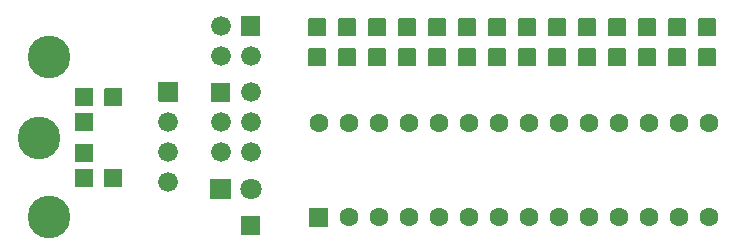
<source format=gbs>
G04 Layer: BottomSolderMaskLayer*
G04 EasyEDA v6.5.5, 2022-06-07 12:17:47*
G04 816fe8a47c3545be857c20b100b7e496,0a780afeddf54f0185a1b1f5ac8a31da,10*
G04 Gerber Generator version 0.2*
G04 Scale: 100 percent, Rotated: No, Reflected: No *
G04 Dimensions in millimeters *
G04 leading zeros omitted , absolute positions ,4 integer and 5 decimal *
%FSLAX45Y45*%
%MOMM*%

%ADD27C,1.8016*%
%ADD29C,1.6764*%
%ADD32C,1.6016*%
%ADD33C,3.6017*%

%LPD*%
G36*
X1657695Y-1676941D02*
G01*
X1656171Y-1676687D01*
X1654647Y-1675925D01*
X1653631Y-1674909D01*
X1652869Y-1673385D01*
X1652615Y-1671861D01*
X1652523Y-1671828D01*
X1652523Y-1514347D01*
X1652615Y-1514381D01*
X1652869Y-1512857D01*
X1653631Y-1511333D01*
X1654647Y-1510317D01*
X1656171Y-1509555D01*
X1657695Y-1509301D01*
X1657604Y-1509268D01*
X1827784Y-1509268D01*
X1827695Y-1509301D01*
X1829219Y-1509555D01*
X1830743Y-1510317D01*
X1831759Y-1511333D01*
X1832521Y-1512857D01*
X1832775Y-1514381D01*
X1832863Y-1514347D01*
X1832863Y-1671828D01*
X1832775Y-1671861D01*
X1832521Y-1673385D01*
X1831759Y-1674909D01*
X1830743Y-1675925D01*
X1829219Y-1676687D01*
X1827695Y-1676941D01*
X1827784Y-1676907D01*
X1657604Y-1676907D01*
G37*
D27*
G01*
X1996693Y-1593121D03*
G36*
X1917954Y-1986026D02*
G01*
X1917954Y-1985975D01*
X1916429Y-1985721D01*
X1914905Y-1984959D01*
X1913889Y-1983943D01*
X1913128Y-1982419D01*
X1912873Y-1980895D01*
X1912873Y-1823415D01*
X1913128Y-1821891D01*
X1913889Y-1820367D01*
X1914905Y-1819351D01*
X1916429Y-1818589D01*
X1917954Y-1818335D01*
X1917954Y-1818386D01*
X2075434Y-1818386D01*
X2075434Y-1818335D01*
X2076958Y-1818589D01*
X2078481Y-1819351D01*
X2079497Y-1820367D01*
X2080259Y-1821891D01*
X2080513Y-1823415D01*
X2080513Y-1980895D01*
X2080259Y-1982419D01*
X2079497Y-1983943D01*
X2078481Y-1984959D01*
X2076958Y-1985721D01*
X2075434Y-1985975D01*
X2075434Y-1986026D01*
G37*
D29*
G01*
X1996693Y-1284089D03*
G01*
X1742694Y-1284089D03*
G01*
X1996693Y-1030089D03*
G01*
X1742694Y-1030089D03*
G01*
X1996693Y-776089D03*
G36*
X1663954Y-859909D02*
G01*
X1662429Y-859655D01*
X1660905Y-858893D01*
X1659889Y-857877D01*
X1659128Y-856353D01*
X1658873Y-854829D01*
X1658873Y-697349D01*
X1659128Y-695825D01*
X1659889Y-694301D01*
X1660905Y-693285D01*
X1662429Y-692523D01*
X1663954Y-692269D01*
X1663954Y-692150D01*
X1821434Y-692150D01*
X1821434Y-692269D01*
X1822957Y-692523D01*
X1824481Y-693285D01*
X1825497Y-694301D01*
X1826260Y-695825D01*
X1826513Y-697349D01*
X1826513Y-854829D01*
X1826260Y-856353D01*
X1825497Y-857877D01*
X1824481Y-858893D01*
X1822957Y-859655D01*
X1821434Y-859909D01*
X1821434Y-859789D01*
X1663954Y-859789D01*
G37*
G36*
X1917954Y-296926D02*
G01*
X1917948Y-296875D01*
X1916424Y-296621D01*
X1914900Y-295859D01*
X1913884Y-294843D01*
X1913122Y-293319D01*
X1912868Y-291795D01*
X1912873Y-291845D01*
X1912873Y-134365D01*
X1912868Y-134315D01*
X1913122Y-132791D01*
X1913884Y-131267D01*
X1914900Y-130251D01*
X1916424Y-129489D01*
X1917948Y-129235D01*
X1917954Y-129286D01*
X2075434Y-129286D01*
X2075428Y-129235D01*
X2076952Y-129489D01*
X2078476Y-130251D01*
X2079492Y-131267D01*
X2080254Y-132791D01*
X2080508Y-134315D01*
X2080513Y-134365D01*
X2080513Y-291845D01*
X2080508Y-291795D01*
X2080254Y-293319D01*
X2079492Y-294843D01*
X2078476Y-295859D01*
X2076952Y-296621D01*
X2075428Y-296875D01*
X2075434Y-296926D01*
G37*
G01*
X1996688Y-467055D03*
G01*
X1742688Y-213055D03*
G01*
X1742688Y-467055D03*
G36*
X2489456Y-555574D02*
G01*
X2487932Y-555320D01*
X2486408Y-554558D01*
X2485392Y-553542D01*
X2484630Y-552018D01*
X2484376Y-550494D01*
X2484374Y-550418D01*
X2484374Y-408939D01*
X2484376Y-409016D01*
X2484630Y-407492D01*
X2485392Y-405968D01*
X2486408Y-404952D01*
X2487932Y-404190D01*
X2489456Y-403936D01*
X2489454Y-403860D01*
X2630931Y-403860D01*
X2630934Y-403936D01*
X2632458Y-404190D01*
X2633982Y-404952D01*
X2634998Y-405968D01*
X2635760Y-407492D01*
X2636011Y-408939D01*
X2636011Y-550418D01*
X2636014Y-550494D01*
X2635760Y-552018D01*
X2634998Y-553542D01*
X2633982Y-554558D01*
X2632458Y-555320D01*
X2630934Y-555574D01*
X2630931Y-555497D01*
X2489454Y-555497D01*
G37*
G36*
X2489456Y-301574D02*
G01*
X2487932Y-301320D01*
X2486408Y-300558D01*
X2485392Y-299542D01*
X2484630Y-298018D01*
X2484376Y-296494D01*
X2484374Y-296418D01*
X2484374Y-154939D01*
X2484376Y-155016D01*
X2484630Y-153492D01*
X2485392Y-151968D01*
X2486408Y-150952D01*
X2487932Y-150190D01*
X2489456Y-149936D01*
X2489454Y-149860D01*
X2630931Y-149860D01*
X2630934Y-149936D01*
X2632458Y-150190D01*
X2633982Y-150952D01*
X2634998Y-151968D01*
X2635760Y-153492D01*
X2636011Y-154939D01*
X2636011Y-296418D01*
X2636014Y-296494D01*
X2635760Y-298018D01*
X2634998Y-299542D01*
X2633982Y-300558D01*
X2632458Y-301320D01*
X2630934Y-301574D01*
X2630931Y-301497D01*
X2489454Y-301497D01*
G37*
G36*
X2743456Y-555574D02*
G01*
X2741932Y-555320D01*
X2740408Y-554558D01*
X2739392Y-553542D01*
X2738630Y-552018D01*
X2738376Y-550494D01*
X2738374Y-550418D01*
X2738374Y-408939D01*
X2738376Y-409016D01*
X2738630Y-407492D01*
X2739392Y-405968D01*
X2740408Y-404952D01*
X2741932Y-404190D01*
X2743456Y-403936D01*
X2743454Y-403860D01*
X2884931Y-403860D01*
X2884934Y-403936D01*
X2886458Y-404190D01*
X2887982Y-404952D01*
X2888998Y-405968D01*
X2889760Y-407492D01*
X2890011Y-408939D01*
X2890011Y-550418D01*
X2890014Y-550494D01*
X2889760Y-552018D01*
X2888998Y-553542D01*
X2887982Y-554558D01*
X2886458Y-555320D01*
X2884934Y-555574D01*
X2884931Y-555497D01*
X2743454Y-555497D01*
G37*
G36*
X2743456Y-301574D02*
G01*
X2741932Y-301320D01*
X2740408Y-300558D01*
X2739392Y-299542D01*
X2738630Y-298018D01*
X2738376Y-296494D01*
X2738374Y-296418D01*
X2738374Y-154939D01*
X2738376Y-155016D01*
X2738630Y-153492D01*
X2739392Y-151968D01*
X2740408Y-150952D01*
X2741932Y-150190D01*
X2743456Y-149936D01*
X2743454Y-149860D01*
X2884931Y-149860D01*
X2884934Y-149936D01*
X2886458Y-150190D01*
X2887982Y-150952D01*
X2888998Y-151968D01*
X2889760Y-153492D01*
X2890011Y-154939D01*
X2890011Y-296418D01*
X2890014Y-296494D01*
X2889760Y-298018D01*
X2888998Y-299542D01*
X2887982Y-300558D01*
X2886458Y-301320D01*
X2884934Y-301574D01*
X2884931Y-301497D01*
X2743454Y-301497D01*
G37*
G36*
X2997456Y-555574D02*
G01*
X2995932Y-555320D01*
X2994408Y-554558D01*
X2993392Y-553542D01*
X2992630Y-552018D01*
X2992376Y-550494D01*
X2992374Y-550418D01*
X2992374Y-408939D01*
X2992376Y-409016D01*
X2992630Y-407492D01*
X2993392Y-405968D01*
X2994408Y-404952D01*
X2995932Y-404190D01*
X2997456Y-403936D01*
X2997454Y-403860D01*
X3138931Y-403860D01*
X3138934Y-403936D01*
X3140458Y-404190D01*
X3141982Y-404952D01*
X3142998Y-405968D01*
X3143760Y-407492D01*
X3144011Y-408939D01*
X3144011Y-550418D01*
X3144014Y-550494D01*
X3143760Y-552018D01*
X3142998Y-553542D01*
X3141982Y-554558D01*
X3140458Y-555320D01*
X3138934Y-555574D01*
X3138931Y-555497D01*
X2997454Y-555497D01*
G37*
G36*
X2997456Y-301574D02*
G01*
X2995932Y-301320D01*
X2994408Y-300558D01*
X2993392Y-299542D01*
X2992630Y-298018D01*
X2992376Y-296494D01*
X2992374Y-296418D01*
X2992374Y-154939D01*
X2992376Y-155016D01*
X2992630Y-153492D01*
X2993392Y-151968D01*
X2994408Y-150952D01*
X2995932Y-150190D01*
X2997456Y-149936D01*
X2997454Y-149860D01*
X3138931Y-149860D01*
X3138934Y-149936D01*
X3140458Y-150190D01*
X3141982Y-150952D01*
X3142998Y-151968D01*
X3143760Y-153492D01*
X3144011Y-154939D01*
X3144011Y-296418D01*
X3144014Y-296494D01*
X3143760Y-298018D01*
X3142998Y-299542D01*
X3141982Y-300558D01*
X3140458Y-301320D01*
X3138934Y-301574D01*
X3138931Y-301497D01*
X2997454Y-301497D01*
G37*
G36*
X3251456Y-555574D02*
G01*
X3249932Y-555320D01*
X3248408Y-554558D01*
X3247392Y-553542D01*
X3246630Y-552018D01*
X3246376Y-550494D01*
X3246374Y-550418D01*
X3246374Y-408939D01*
X3246376Y-409016D01*
X3246630Y-407492D01*
X3247392Y-405968D01*
X3248408Y-404952D01*
X3249932Y-404190D01*
X3251456Y-403936D01*
X3251454Y-403860D01*
X3392931Y-403860D01*
X3392934Y-403936D01*
X3394458Y-404190D01*
X3395982Y-404952D01*
X3396998Y-405968D01*
X3397760Y-407492D01*
X3398011Y-408939D01*
X3398011Y-550418D01*
X3398014Y-550494D01*
X3397760Y-552018D01*
X3396998Y-553542D01*
X3395982Y-554558D01*
X3394458Y-555320D01*
X3392934Y-555574D01*
X3392931Y-555497D01*
X3251454Y-555497D01*
G37*
G36*
X3251456Y-301574D02*
G01*
X3249932Y-301320D01*
X3248408Y-300558D01*
X3247392Y-299542D01*
X3246630Y-298018D01*
X3246376Y-296494D01*
X3246374Y-296418D01*
X3246374Y-154939D01*
X3246376Y-155016D01*
X3246630Y-153492D01*
X3247392Y-151968D01*
X3248408Y-150952D01*
X3249932Y-150190D01*
X3251456Y-149936D01*
X3251454Y-149860D01*
X3392931Y-149860D01*
X3392934Y-149936D01*
X3394458Y-150190D01*
X3395982Y-150952D01*
X3396998Y-151968D01*
X3397760Y-153492D01*
X3398011Y-154939D01*
X3398011Y-296418D01*
X3398014Y-296494D01*
X3397760Y-298018D01*
X3396998Y-299542D01*
X3395982Y-300558D01*
X3394458Y-301320D01*
X3392934Y-301574D01*
X3392931Y-301497D01*
X3251454Y-301497D01*
G37*
G36*
X3505456Y-555574D02*
G01*
X3503932Y-555320D01*
X3502408Y-554558D01*
X3501392Y-553542D01*
X3500630Y-552018D01*
X3500376Y-550494D01*
X3500374Y-550418D01*
X3500374Y-408939D01*
X3500376Y-409016D01*
X3500630Y-407492D01*
X3501392Y-405968D01*
X3502408Y-404952D01*
X3503932Y-404190D01*
X3505456Y-403936D01*
X3505454Y-403860D01*
X3646931Y-403860D01*
X3646934Y-403936D01*
X3648458Y-404190D01*
X3649982Y-404952D01*
X3650998Y-405968D01*
X3651760Y-407492D01*
X3652011Y-408939D01*
X3652011Y-550418D01*
X3652014Y-550494D01*
X3651760Y-552018D01*
X3650998Y-553542D01*
X3649982Y-554558D01*
X3648458Y-555320D01*
X3646934Y-555574D01*
X3646931Y-555497D01*
X3505454Y-555497D01*
G37*
G36*
X3505456Y-301574D02*
G01*
X3503932Y-301320D01*
X3502408Y-300558D01*
X3501392Y-299542D01*
X3500630Y-298018D01*
X3500376Y-296494D01*
X3500374Y-296418D01*
X3500374Y-154939D01*
X3500376Y-155016D01*
X3500630Y-153492D01*
X3501392Y-151968D01*
X3502408Y-150952D01*
X3503932Y-150190D01*
X3505456Y-149936D01*
X3505454Y-149860D01*
X3646931Y-149860D01*
X3646934Y-149936D01*
X3648458Y-150190D01*
X3649982Y-150952D01*
X3650998Y-151968D01*
X3651760Y-153492D01*
X3652011Y-154939D01*
X3652011Y-296418D01*
X3652014Y-296494D01*
X3651760Y-298018D01*
X3650998Y-299542D01*
X3649982Y-300558D01*
X3648458Y-301320D01*
X3646934Y-301574D01*
X3646931Y-301497D01*
X3505454Y-301497D01*
G37*
G36*
X3759456Y-555574D02*
G01*
X3757932Y-555320D01*
X3756408Y-554558D01*
X3755392Y-553542D01*
X3754630Y-552018D01*
X3754376Y-550494D01*
X3754374Y-550418D01*
X3754374Y-408939D01*
X3754376Y-409016D01*
X3754630Y-407492D01*
X3755392Y-405968D01*
X3756408Y-404952D01*
X3757932Y-404190D01*
X3759456Y-403936D01*
X3759454Y-403860D01*
X3900931Y-403860D01*
X3900934Y-403936D01*
X3902458Y-404190D01*
X3903982Y-404952D01*
X3904998Y-405968D01*
X3905760Y-407492D01*
X3906011Y-408939D01*
X3906011Y-550418D01*
X3906014Y-550494D01*
X3905760Y-552018D01*
X3904998Y-553542D01*
X3903982Y-554558D01*
X3902458Y-555320D01*
X3900934Y-555574D01*
X3900931Y-555497D01*
X3759454Y-555497D01*
G37*
G36*
X3759456Y-301574D02*
G01*
X3757932Y-301320D01*
X3756408Y-300558D01*
X3755392Y-299542D01*
X3754630Y-298018D01*
X3754376Y-296494D01*
X3754374Y-296418D01*
X3754374Y-154939D01*
X3754376Y-155016D01*
X3754630Y-153492D01*
X3755392Y-151968D01*
X3756408Y-150952D01*
X3757932Y-150190D01*
X3759456Y-149936D01*
X3759454Y-149860D01*
X3900931Y-149860D01*
X3900934Y-149936D01*
X3902458Y-150190D01*
X3903982Y-150952D01*
X3904998Y-151968D01*
X3905760Y-153492D01*
X3906011Y-154939D01*
X3906011Y-296418D01*
X3906014Y-296494D01*
X3905760Y-298018D01*
X3904998Y-299542D01*
X3903982Y-300558D01*
X3902458Y-301320D01*
X3900934Y-301574D01*
X3900931Y-301497D01*
X3759454Y-301497D01*
G37*
G36*
X4013456Y-555574D02*
G01*
X4011932Y-555320D01*
X4010408Y-554558D01*
X4009392Y-553542D01*
X4008630Y-552018D01*
X4008376Y-550494D01*
X4008374Y-550418D01*
X4008374Y-408939D01*
X4008376Y-409016D01*
X4008630Y-407492D01*
X4009392Y-405968D01*
X4010408Y-404952D01*
X4011932Y-404190D01*
X4013456Y-403936D01*
X4013454Y-403860D01*
X4154931Y-403860D01*
X4154934Y-403936D01*
X4156458Y-404190D01*
X4157982Y-404952D01*
X4158998Y-405968D01*
X4159760Y-407492D01*
X4160011Y-408939D01*
X4160011Y-550418D01*
X4160014Y-550494D01*
X4159760Y-552018D01*
X4158998Y-553542D01*
X4157982Y-554558D01*
X4156458Y-555320D01*
X4154934Y-555574D01*
X4154931Y-555497D01*
X4013454Y-555497D01*
G37*
G36*
X4013456Y-301574D02*
G01*
X4011932Y-301320D01*
X4010408Y-300558D01*
X4009392Y-299542D01*
X4008630Y-298018D01*
X4008376Y-296494D01*
X4008374Y-296418D01*
X4008374Y-154939D01*
X4008376Y-155016D01*
X4008630Y-153492D01*
X4009392Y-151968D01*
X4010408Y-150952D01*
X4011932Y-150190D01*
X4013456Y-149936D01*
X4013454Y-149860D01*
X4154931Y-149860D01*
X4154934Y-149936D01*
X4156458Y-150190D01*
X4157982Y-150952D01*
X4158998Y-151968D01*
X4159760Y-153492D01*
X4160011Y-154939D01*
X4160011Y-296418D01*
X4160014Y-296494D01*
X4159760Y-298018D01*
X4158998Y-299542D01*
X4157982Y-300558D01*
X4156458Y-301320D01*
X4154934Y-301574D01*
X4154931Y-301497D01*
X4013454Y-301497D01*
G37*
G36*
X4267456Y-555574D02*
G01*
X4265932Y-555320D01*
X4264408Y-554558D01*
X4263392Y-553542D01*
X4262630Y-552018D01*
X4262376Y-550494D01*
X4262374Y-550418D01*
X4262374Y-408939D01*
X4262376Y-409016D01*
X4262630Y-407492D01*
X4263392Y-405968D01*
X4264408Y-404952D01*
X4265932Y-404190D01*
X4267456Y-403936D01*
X4267454Y-403860D01*
X4408931Y-403860D01*
X4408934Y-403936D01*
X4410458Y-404190D01*
X4411982Y-404952D01*
X4412998Y-405968D01*
X4413760Y-407492D01*
X4414011Y-408939D01*
X4414011Y-550418D01*
X4414014Y-550494D01*
X4413760Y-552018D01*
X4412998Y-553542D01*
X4411982Y-554558D01*
X4410458Y-555320D01*
X4408934Y-555574D01*
X4408931Y-555497D01*
X4267454Y-555497D01*
G37*
G36*
X4267456Y-301574D02*
G01*
X4265932Y-301320D01*
X4264408Y-300558D01*
X4263392Y-299542D01*
X4262630Y-298018D01*
X4262376Y-296494D01*
X4262374Y-296418D01*
X4262374Y-154939D01*
X4262376Y-155016D01*
X4262630Y-153492D01*
X4263392Y-151968D01*
X4264408Y-150952D01*
X4265932Y-150190D01*
X4267456Y-149936D01*
X4267454Y-149860D01*
X4408931Y-149860D01*
X4408934Y-149936D01*
X4410458Y-150190D01*
X4411982Y-150952D01*
X4412998Y-151968D01*
X4413760Y-153492D01*
X4414011Y-154939D01*
X4414011Y-296418D01*
X4414014Y-296494D01*
X4413760Y-298018D01*
X4412998Y-299542D01*
X4411982Y-300558D01*
X4410458Y-301320D01*
X4408934Y-301574D01*
X4408931Y-301497D01*
X4267454Y-301497D01*
G37*
G36*
X4521456Y-555574D02*
G01*
X4519932Y-555320D01*
X4518408Y-554558D01*
X4517392Y-553542D01*
X4516630Y-552018D01*
X4516376Y-550494D01*
X4516374Y-550418D01*
X4516374Y-408939D01*
X4516376Y-409016D01*
X4516630Y-407492D01*
X4517392Y-405968D01*
X4518408Y-404952D01*
X4519932Y-404190D01*
X4521456Y-403936D01*
X4521454Y-403860D01*
X4662931Y-403860D01*
X4662934Y-403936D01*
X4664458Y-404190D01*
X4665982Y-404952D01*
X4666998Y-405968D01*
X4667760Y-407492D01*
X4668011Y-408939D01*
X4668011Y-550418D01*
X4668014Y-550494D01*
X4667760Y-552018D01*
X4666998Y-553542D01*
X4665982Y-554558D01*
X4664458Y-555320D01*
X4662934Y-555574D01*
X4662931Y-555497D01*
X4521454Y-555497D01*
G37*
G36*
X4521456Y-301574D02*
G01*
X4519932Y-301320D01*
X4518408Y-300558D01*
X4517392Y-299542D01*
X4516630Y-298018D01*
X4516376Y-296494D01*
X4516374Y-296418D01*
X4516374Y-154939D01*
X4516376Y-155016D01*
X4516630Y-153492D01*
X4517392Y-151968D01*
X4518408Y-150952D01*
X4519932Y-150190D01*
X4521456Y-149936D01*
X4521454Y-149860D01*
X4662931Y-149860D01*
X4662934Y-149936D01*
X4664458Y-150190D01*
X4665982Y-150952D01*
X4666998Y-151968D01*
X4667760Y-153492D01*
X4668011Y-154939D01*
X4668011Y-296418D01*
X4668014Y-296494D01*
X4667760Y-298018D01*
X4666998Y-299542D01*
X4665982Y-300558D01*
X4664458Y-301320D01*
X4662934Y-301574D01*
X4662931Y-301497D01*
X4521454Y-301497D01*
G37*
G36*
X4775456Y-555574D02*
G01*
X4773932Y-555320D01*
X4772408Y-554558D01*
X4771392Y-553542D01*
X4770630Y-552018D01*
X4770376Y-550494D01*
X4770374Y-550418D01*
X4770374Y-408939D01*
X4770376Y-409016D01*
X4770630Y-407492D01*
X4771392Y-405968D01*
X4772408Y-404952D01*
X4773932Y-404190D01*
X4775456Y-403936D01*
X4775454Y-403860D01*
X4916931Y-403860D01*
X4916934Y-403936D01*
X4918458Y-404190D01*
X4919982Y-404952D01*
X4920998Y-405968D01*
X4921760Y-407492D01*
X4922011Y-408939D01*
X4922011Y-550418D01*
X4922014Y-550494D01*
X4921760Y-552018D01*
X4920998Y-553542D01*
X4919982Y-554558D01*
X4918458Y-555320D01*
X4916934Y-555574D01*
X4916931Y-555497D01*
X4775454Y-555497D01*
G37*
G36*
X4775456Y-301574D02*
G01*
X4773932Y-301320D01*
X4772408Y-300558D01*
X4771392Y-299542D01*
X4770630Y-298018D01*
X4770376Y-296494D01*
X4770374Y-296418D01*
X4770374Y-154939D01*
X4770376Y-155016D01*
X4770630Y-153492D01*
X4771392Y-151968D01*
X4772408Y-150952D01*
X4773932Y-150190D01*
X4775456Y-149936D01*
X4775454Y-149860D01*
X4916931Y-149860D01*
X4916934Y-149936D01*
X4918458Y-150190D01*
X4919982Y-150952D01*
X4920998Y-151968D01*
X4921760Y-153492D01*
X4922011Y-154939D01*
X4922011Y-296418D01*
X4922014Y-296494D01*
X4921760Y-298018D01*
X4920998Y-299542D01*
X4919982Y-300558D01*
X4918458Y-301320D01*
X4916934Y-301574D01*
X4916931Y-301497D01*
X4775454Y-301497D01*
G37*
G36*
X5029456Y-555574D02*
G01*
X5027932Y-555320D01*
X5026408Y-554558D01*
X5025392Y-553542D01*
X5024630Y-552018D01*
X5024376Y-550494D01*
X5024374Y-550418D01*
X5024374Y-408939D01*
X5024376Y-409016D01*
X5024630Y-407492D01*
X5025392Y-405968D01*
X5026408Y-404952D01*
X5027932Y-404190D01*
X5029456Y-403936D01*
X5029454Y-403860D01*
X5170931Y-403860D01*
X5170934Y-403936D01*
X5172458Y-404190D01*
X5173982Y-404952D01*
X5174998Y-405968D01*
X5175760Y-407492D01*
X5176011Y-408939D01*
X5176011Y-550418D01*
X5176014Y-550494D01*
X5175760Y-552018D01*
X5174998Y-553542D01*
X5173982Y-554558D01*
X5172458Y-555320D01*
X5170934Y-555574D01*
X5170931Y-555497D01*
X5029454Y-555497D01*
G37*
G36*
X5029456Y-301574D02*
G01*
X5027932Y-301320D01*
X5026408Y-300558D01*
X5025392Y-299542D01*
X5024630Y-298018D01*
X5024376Y-296494D01*
X5024374Y-296418D01*
X5024374Y-154939D01*
X5024376Y-155016D01*
X5024630Y-153492D01*
X5025392Y-151968D01*
X5026408Y-150952D01*
X5027932Y-150190D01*
X5029456Y-149936D01*
X5029454Y-149860D01*
X5170931Y-149860D01*
X5170934Y-149936D01*
X5172458Y-150190D01*
X5173982Y-150952D01*
X5174998Y-151968D01*
X5175760Y-153492D01*
X5176011Y-154939D01*
X5176011Y-296418D01*
X5176014Y-296494D01*
X5175760Y-298018D01*
X5174998Y-299542D01*
X5173982Y-300558D01*
X5172458Y-301320D01*
X5170934Y-301574D01*
X5170931Y-301497D01*
X5029454Y-301497D01*
G37*
G36*
X5283456Y-555574D02*
G01*
X5281932Y-555320D01*
X5280408Y-554558D01*
X5279392Y-553542D01*
X5278630Y-552018D01*
X5278376Y-550494D01*
X5278374Y-550418D01*
X5278374Y-408939D01*
X5278376Y-409016D01*
X5278630Y-407492D01*
X5279392Y-405968D01*
X5280408Y-404952D01*
X5281932Y-404190D01*
X5283456Y-403936D01*
X5283454Y-403860D01*
X5424931Y-403860D01*
X5424934Y-403936D01*
X5426458Y-404190D01*
X5427982Y-404952D01*
X5428998Y-405968D01*
X5429760Y-407492D01*
X5430011Y-408939D01*
X5430011Y-550418D01*
X5430014Y-550494D01*
X5429760Y-552018D01*
X5428998Y-553542D01*
X5427982Y-554558D01*
X5426458Y-555320D01*
X5424934Y-555574D01*
X5424931Y-555497D01*
X5283454Y-555497D01*
G37*
G36*
X5283456Y-301574D02*
G01*
X5281932Y-301320D01*
X5280408Y-300558D01*
X5279392Y-299542D01*
X5278630Y-298018D01*
X5278376Y-296494D01*
X5278374Y-296418D01*
X5278374Y-154939D01*
X5278376Y-155016D01*
X5278630Y-153492D01*
X5279392Y-151968D01*
X5280408Y-150952D01*
X5281932Y-150190D01*
X5283456Y-149936D01*
X5283454Y-149860D01*
X5424931Y-149860D01*
X5424934Y-149936D01*
X5426458Y-150190D01*
X5427982Y-150952D01*
X5428998Y-151968D01*
X5429760Y-153492D01*
X5430011Y-154939D01*
X5430011Y-296418D01*
X5430014Y-296494D01*
X5429760Y-298018D01*
X5428998Y-299542D01*
X5427982Y-300558D01*
X5426458Y-301320D01*
X5424934Y-301574D01*
X5424931Y-301497D01*
X5283454Y-301497D01*
G37*
G36*
X5537456Y-555574D02*
G01*
X5535932Y-555320D01*
X5534408Y-554558D01*
X5533392Y-553542D01*
X5532630Y-552018D01*
X5532376Y-550494D01*
X5532374Y-550418D01*
X5532374Y-408939D01*
X5532376Y-409016D01*
X5532630Y-407492D01*
X5533392Y-405968D01*
X5534408Y-404952D01*
X5535932Y-404190D01*
X5537456Y-403936D01*
X5537454Y-403860D01*
X5678931Y-403860D01*
X5678934Y-403936D01*
X5680458Y-404190D01*
X5681982Y-404952D01*
X5682998Y-405968D01*
X5683760Y-407492D01*
X5684011Y-408939D01*
X5684011Y-550418D01*
X5684014Y-550494D01*
X5683760Y-552018D01*
X5682998Y-553542D01*
X5681982Y-554558D01*
X5680458Y-555320D01*
X5678934Y-555574D01*
X5678931Y-555497D01*
X5537454Y-555497D01*
G37*
G36*
X5537456Y-301574D02*
G01*
X5535932Y-301320D01*
X5534408Y-300558D01*
X5533392Y-299542D01*
X5532630Y-298018D01*
X5532376Y-296494D01*
X5532374Y-296418D01*
X5532374Y-154939D01*
X5532376Y-155016D01*
X5532630Y-153492D01*
X5533392Y-151968D01*
X5534408Y-150952D01*
X5535932Y-150190D01*
X5537456Y-149936D01*
X5537454Y-149860D01*
X5678931Y-149860D01*
X5678934Y-149936D01*
X5680458Y-150190D01*
X5681982Y-150952D01*
X5682998Y-151968D01*
X5683760Y-153492D01*
X5684011Y-154939D01*
X5684011Y-296418D01*
X5684014Y-296494D01*
X5683760Y-298018D01*
X5682998Y-299542D01*
X5681982Y-300558D01*
X5680458Y-301320D01*
X5678934Y-301574D01*
X5678931Y-301497D01*
X5537454Y-301497D01*
G37*
G36*
X5791456Y-555574D02*
G01*
X5789932Y-555320D01*
X5788408Y-554558D01*
X5787392Y-553542D01*
X5786630Y-552018D01*
X5786376Y-550494D01*
X5786374Y-550418D01*
X5786374Y-408939D01*
X5786376Y-409016D01*
X5786630Y-407492D01*
X5787392Y-405968D01*
X5788408Y-404952D01*
X5789932Y-404190D01*
X5791456Y-403936D01*
X5791454Y-403860D01*
X5932931Y-403860D01*
X5932934Y-403936D01*
X5934458Y-404190D01*
X5935982Y-404952D01*
X5936998Y-405968D01*
X5937760Y-407492D01*
X5938011Y-408939D01*
X5938011Y-550418D01*
X5938014Y-550494D01*
X5937760Y-552018D01*
X5936998Y-553542D01*
X5935982Y-554558D01*
X5934458Y-555320D01*
X5932934Y-555574D01*
X5932931Y-555497D01*
X5791454Y-555497D01*
G37*
G36*
X5791456Y-301574D02*
G01*
X5789932Y-301320D01*
X5788408Y-300558D01*
X5787392Y-299542D01*
X5786630Y-298018D01*
X5786376Y-296494D01*
X5786374Y-296418D01*
X5786374Y-154939D01*
X5786376Y-155016D01*
X5786630Y-153492D01*
X5787392Y-151968D01*
X5788408Y-150952D01*
X5789932Y-150190D01*
X5791456Y-149936D01*
X5791454Y-149860D01*
X5932931Y-149860D01*
X5932934Y-149936D01*
X5934458Y-150190D01*
X5935982Y-150952D01*
X5936998Y-151968D01*
X5937760Y-153492D01*
X5938011Y-154939D01*
X5938011Y-296418D01*
X5938014Y-296494D01*
X5937760Y-298018D01*
X5936998Y-299542D01*
X5935982Y-300558D01*
X5934458Y-301320D01*
X5932934Y-301574D01*
X5932931Y-301497D01*
X5791454Y-301497D01*
G37*
G36*
X2499613Y-1912365D02*
G01*
X2499542Y-1912335D01*
X2498018Y-1912081D01*
X2496494Y-1911319D01*
X2495478Y-1910303D01*
X2494716Y-1908779D01*
X2494462Y-1907255D01*
X2494534Y-1907286D01*
X2494534Y-1757171D01*
X2494462Y-1757253D01*
X2494716Y-1755729D01*
X2495478Y-1754205D01*
X2496494Y-1753189D01*
X2498018Y-1752427D01*
X2499542Y-1752173D01*
X2499613Y-1752092D01*
X2649474Y-1752092D01*
X2649545Y-1752173D01*
X2651069Y-1752427D01*
X2652593Y-1753189D01*
X2653609Y-1754205D01*
X2654371Y-1755729D01*
X2654625Y-1757253D01*
X2654554Y-1757171D01*
X2654554Y-1907286D01*
X2654625Y-1907255D01*
X2654371Y-1908779D01*
X2653609Y-1910303D01*
X2652593Y-1911319D01*
X2651069Y-1912081D01*
X2649545Y-1912335D01*
X2649474Y-1912365D01*
G37*
D32*
G01*
X2828556Y-1832254D03*
G01*
X3082556Y-1832254D03*
G01*
X3336556Y-1832254D03*
G01*
X3590556Y-1832254D03*
G01*
X3844556Y-1832254D03*
G01*
X4098556Y-1832254D03*
G01*
X4352556Y-1832254D03*
G01*
X4606556Y-1832254D03*
G01*
X4860556Y-1832254D03*
G01*
X5114556Y-1832254D03*
G01*
X5368556Y-1832254D03*
G01*
X5622556Y-1832254D03*
G01*
X5876556Y-1832254D03*
G01*
X2574556Y-1032255D03*
G01*
X2828556Y-1032255D03*
G01*
X3082556Y-1032255D03*
G01*
X3336556Y-1032255D03*
G01*
X3590556Y-1032255D03*
G01*
X3844556Y-1032255D03*
G01*
X4098556Y-1032255D03*
G01*
X4352556Y-1032255D03*
G01*
X4606556Y-1032255D03*
G01*
X4860556Y-1032255D03*
G01*
X5114556Y-1032255D03*
G01*
X5368556Y-1032255D03*
G01*
X5622556Y-1032255D03*
G01*
X5876556Y-1032255D03*
D33*
G01*
X287020Y-477520D03*
G01*
X287020Y-1833879D03*
G01*
X205739Y-1158239D03*
G36*
X515620Y-1104900D02*
G01*
X514095Y-1104645D01*
X512571Y-1103884D01*
X511555Y-1102868D01*
X510794Y-1101344D01*
X510539Y-1099820D01*
X510539Y-957579D01*
X510794Y-956055D01*
X511555Y-954531D01*
X512571Y-953515D01*
X514095Y-952754D01*
X515620Y-952500D01*
X657860Y-952500D01*
X659384Y-952754D01*
X660907Y-953515D01*
X661923Y-954531D01*
X662686Y-956055D01*
X662939Y-957579D01*
X662939Y-1099820D01*
X662686Y-1101344D01*
X661923Y-1102868D01*
X660907Y-1103884D01*
X659384Y-1104645D01*
X657860Y-1104900D01*
G37*
G36*
X515620Y-1363979D02*
G01*
X514095Y-1363726D01*
X512571Y-1362963D01*
X511555Y-1361947D01*
X510794Y-1360423D01*
X510539Y-1358900D01*
X510539Y-1216660D01*
X510794Y-1215136D01*
X511555Y-1213612D01*
X512571Y-1212595D01*
X514095Y-1211834D01*
X515620Y-1211579D01*
X657860Y-1211579D01*
X659384Y-1211834D01*
X660907Y-1212595D01*
X661923Y-1213612D01*
X662686Y-1215136D01*
X662939Y-1216660D01*
X662939Y-1358900D01*
X662686Y-1360423D01*
X661923Y-1361947D01*
X660907Y-1362963D01*
X659384Y-1363726D01*
X657860Y-1363979D01*
G37*
G36*
X515620Y-1574800D02*
G01*
X514095Y-1574545D01*
X512571Y-1573784D01*
X511555Y-1572768D01*
X510794Y-1571244D01*
X510539Y-1569720D01*
X510539Y-1427479D01*
X510794Y-1425955D01*
X511555Y-1424431D01*
X512571Y-1423415D01*
X514095Y-1422654D01*
X515620Y-1422400D01*
X657860Y-1422400D01*
X659384Y-1422654D01*
X660907Y-1423415D01*
X661923Y-1424431D01*
X662686Y-1425955D01*
X662939Y-1427479D01*
X662939Y-1569720D01*
X662686Y-1571244D01*
X661923Y-1572768D01*
X660907Y-1573784D01*
X659384Y-1574545D01*
X657860Y-1574800D01*
G37*
G36*
X515620Y-894079D02*
G01*
X514095Y-893826D01*
X512571Y-893063D01*
X511555Y-892047D01*
X510794Y-890523D01*
X510539Y-889000D01*
X510539Y-746760D01*
X510794Y-745236D01*
X511555Y-743712D01*
X512571Y-742695D01*
X514095Y-741934D01*
X515620Y-741679D01*
X657860Y-741679D01*
X659384Y-741934D01*
X660907Y-742695D01*
X661923Y-743712D01*
X662686Y-745236D01*
X662939Y-746760D01*
X662939Y-889000D01*
X662686Y-890523D01*
X661923Y-892047D01*
X660907Y-893063D01*
X659384Y-893826D01*
X657860Y-894079D01*
G37*
G36*
X764539Y-894079D02*
G01*
X763015Y-893826D01*
X761492Y-893063D01*
X760476Y-892047D01*
X759713Y-890523D01*
X759460Y-889000D01*
X759460Y-746760D01*
X759713Y-745236D01*
X760476Y-743712D01*
X761492Y-742695D01*
X763015Y-741934D01*
X764539Y-741679D01*
X906779Y-741679D01*
X908304Y-741934D01*
X909828Y-742695D01*
X910844Y-743712D01*
X911605Y-745236D01*
X911860Y-746760D01*
X911860Y-889000D01*
X911605Y-890523D01*
X910844Y-892047D01*
X909828Y-893063D01*
X908304Y-893826D01*
X906779Y-894079D01*
G37*
G36*
X759460Y-1574800D02*
G01*
X757936Y-1574545D01*
X756412Y-1573784D01*
X755395Y-1572768D01*
X754634Y-1571244D01*
X754379Y-1569720D01*
X754379Y-1427479D01*
X754634Y-1425955D01*
X755395Y-1424431D01*
X756412Y-1423415D01*
X757936Y-1422654D01*
X759460Y-1422400D01*
X901700Y-1422400D01*
X903223Y-1422654D01*
X904747Y-1423415D01*
X905763Y-1424431D01*
X906526Y-1425955D01*
X906779Y-1427479D01*
X906779Y-1569720D01*
X906526Y-1571244D01*
X905763Y-1572768D01*
X904747Y-1573784D01*
X903223Y-1574545D01*
X901700Y-1574800D01*
G37*
G36*
X1221231Y-852931D02*
G01*
X1221257Y-852817D01*
X1219733Y-852563D01*
X1218209Y-851801D01*
X1217193Y-850785D01*
X1216431Y-849261D01*
X1216177Y-847737D01*
X1216152Y-847852D01*
X1216152Y-690371D01*
X1216177Y-690257D01*
X1216431Y-688733D01*
X1217193Y-687209D01*
X1218209Y-686193D01*
X1219733Y-685431D01*
X1221257Y-685177D01*
X1221231Y-685292D01*
X1378712Y-685292D01*
X1378737Y-685177D01*
X1380261Y-685431D01*
X1381785Y-686193D01*
X1382801Y-687209D01*
X1383563Y-688733D01*
X1383817Y-690257D01*
X1383792Y-690371D01*
X1383792Y-847852D01*
X1383817Y-847737D01*
X1383563Y-849261D01*
X1382801Y-850785D01*
X1381785Y-851801D01*
X1380261Y-852563D01*
X1378737Y-852817D01*
X1378712Y-852931D01*
G37*
D29*
G01*
X1299997Y-1022997D03*
G01*
X1299997Y-1276997D03*
G01*
X1299997Y-1530997D03*
M02*

</source>
